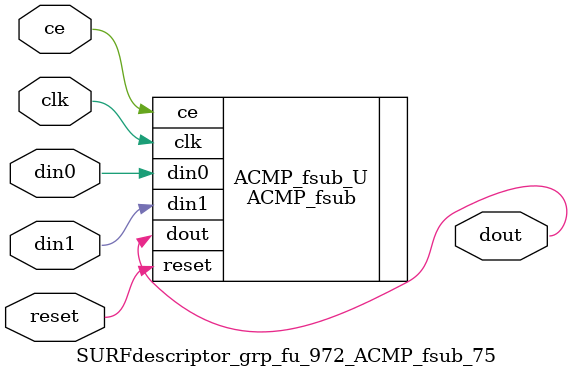
<source format=v>

`timescale 1 ns / 1 ps
module SURFdescriptor_grp_fu_972_ACMP_fsub_75(
    clk,
    reset,
    ce,
    din0,
    din1,
    dout);

parameter ID = 32'd1;
parameter NUM_STAGE = 32'd1;
parameter din0_WIDTH = 32'd1;
parameter din1_WIDTH = 32'd1;
parameter dout_WIDTH = 32'd1;
input clk;
input reset;
input ce;
input[din0_WIDTH - 1:0] din0;
input[din1_WIDTH - 1:0] din1;
output[dout_WIDTH - 1:0] dout;



ACMP_fsub #(
.ID( ID ),
.NUM_STAGE( 4 ),
.din0_WIDTH( din0_WIDTH ),
.din1_WIDTH( din1_WIDTH ),
.dout_WIDTH( dout_WIDTH ))
ACMP_fsub_U(
    .clk( clk ),
    .reset( reset ),
    .ce( ce ),
    .din0( din0 ),
    .din1( din1 ),
    .dout( dout ));

endmodule

</source>
